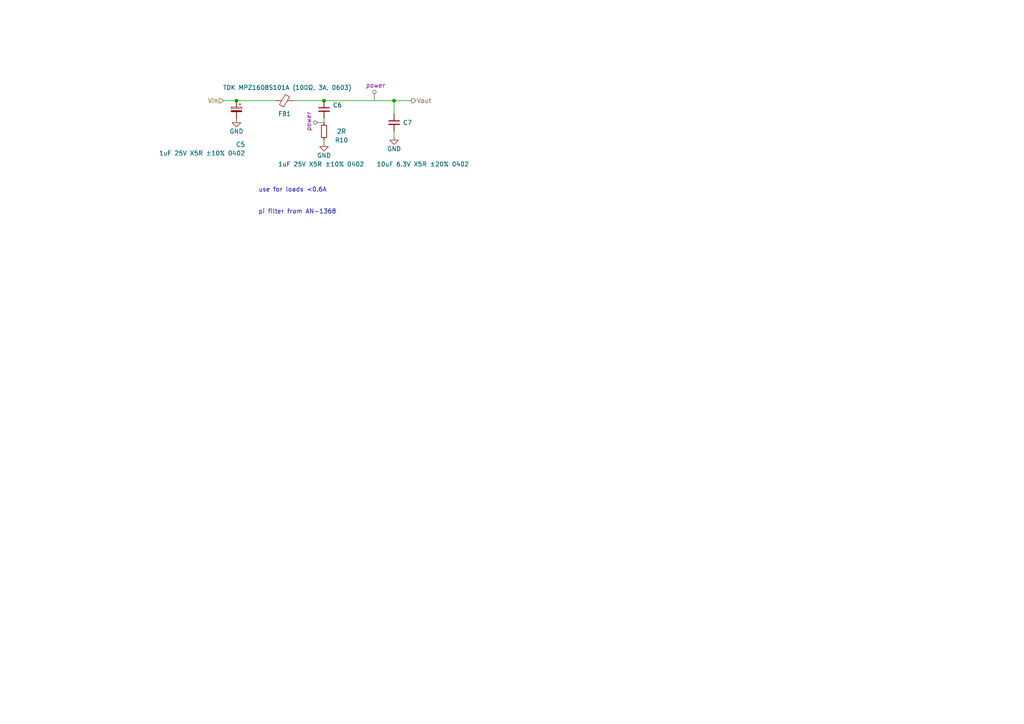
<source format=kicad_sch>
(kicad_sch (version 20230121) (generator eeschema)
  (paper "A4")
  (lib_symbols
    (symbol "Device:C_Polarized_Small" (pin_numbers hide) (pin_names (offset 0.254) hide)
      (property "Reference" "C" (at 0.254 1.778 0))
      (property "Value" "C_Polarized_Small" (at 0.254 -2.032 0))
      (symbol "C_Polarized_Small_0_1"
        (rectangle (start -1.524 -0.3048) (end 1.524 -0.6858) (fill (type outline)))
        (rectangle (start -1.524 0.6858) (end 1.524 0.3048))
        (polyline (pts (xy -1.27 1.524) (xy -0.762 1.524)))
        (polyline (pts (xy -1.016 1.27) (xy -1.016 1.778)))
      )
      (symbol "C_Polarized_Small_1_1"
        (pin passive line (at 0 2.54 270) (length 1.8542) (name "~") (number "1"))
        (pin passive line (at 0 -2.54 90) (length 1.8542) (name "~") (number "2"))
      )
    )
    (symbol "Device:C_Small" (pin_numbers hide) (pin_names (offset 0.254) hide)
      (property "Reference" "C" (at 0.254 1.778 0))
      (property "Value" "C_Small" (at 0.254 -2.032 0))
      (symbol "C_Small_0_1"
        (polyline (pts (xy -1.524 -0.508) (xy 1.524 -0.508)) (stroke (width 0.3302)))
        (polyline (pts (xy -1.524 0.508) (xy 1.524 0.508)) (stroke (width 0.3048)))
      )
      (symbol "C_Small_1_1"
        (pin passive line (at 0 2.54 270) (length 2.032) (name "~") (number "1"))
        (pin passive line (at 0 -2.54 90) (length 2.032) (name "~") (number "2"))
      )
    )
    (symbol "Device:FerriteBead_Small" (pin_numbers hide) (pin_names (offset 0))
      (property "Reference" "FB" (at 1.905 1.27 0))
      (property "Value" "FerriteBead_Small" (at 1.905 -1.27 0))
      (symbol "FerriteBead_Small_0_1"
        (polyline (pts (xy 0 -1.27) (xy 0 -0.7874)))
        (polyline (pts (xy 0 0.889) (xy 0 1.2954)))
        (polyline (pts (xy -1.8288 0.2794) (xy -1.1176 1.4986) (xy 1.8288 -0.2032) (xy 1.1176 -1.4224) (xy -1.8288 0.2794)))
      )
      (symbol "FerriteBead_Small_1_1"
        (pin passive line (at 0 2.54 270) (length 1.27) (name "~") (number "1"))
        (pin passive line (at 0 -2.54 90) (length 1.27) (name "~") (number "2"))
      )
    )
    (symbol "Device:R_Small" (pin_numbers hide) (pin_names (offset 0.254) hide)
      (property "Reference" "R" (at 0.762 0.508 0))
      (property "Value" "R_Small" (at 0.762 -1.016 0))
      (symbol "R_Small_0_1"
        (rectangle (start -0.762 1.778) (end 0.762 -1.778) (stroke (width 0.2032)))
      )
      (symbol "R_Small_1_1"
        (pin passive line (at 0 2.54 270) (length 0.762) (name "~") (number "1"))
        (pin passive line (at 0 -2.54 90) (length 0.762) (name "~") (number "2"))
      )
    )
    (symbol "power:GND" (power) (pin_names (offset 0))
      (property "Value" "GND" (at 0 -3.81 0))
      (symbol "GND_0_1"
        (polyline (pts (xy 0 0) (xy 0 -1.27) (xy 1.27 -1.27) (xy 0 -2.54) (xy -1.27 -1.27) (xy 0 -1.27)))
      )
      (symbol "GND_1_1"
        (pin power_in line (at 0 0 270) (length 0) hide (name "GND") (number "1"))
      )
    )
  )
  (junction (at 114.3 29.21))
  (junction (at 68.58 29.21))
  (junction (at 93.98 29.21))
  (wire (pts (xy 85.09 29.21) (xy 93.98 29.21)))
  (wire (pts (xy 64.77 29.21) (xy 68.58 29.21)))
  (wire (pts (xy 93.98 29.21) (xy 114.3 29.21)))
  (wire (pts (xy 114.3 33.02) (xy 114.3 29.21)))
  (wire (pts (xy 93.98 35.56) (xy 93.98 34.29)))
  (wire (pts (xy 114.3 38.1) (xy 114.3 39.37)))
  (wire (pts (xy 68.58 29.21) (xy 80.01 29.21)))
  (wire (pts (xy 93.98 41.275) (xy 93.98 40.64)))
  (wire (pts (xy 114.3 29.21) (xy 119.38 29.21)))
  (text "pi filter from AN-1368" (at 74.93 62.23 0) (effects (font (size 1.27 1.27)) (justify left bottom)))
  (text "use for loads <0.6A" (at 74.93 55.88 0) (effects (font (size 1.27 1.27)) (justify left bottom)))
  (hierarchical_label "Vout" (shape output) (at 119.38 29.21 0))
  (hierarchical_label "Vin" (shape input) (at 64.77 29.21 180))
  (netclass_flag "" (length 2.54) (shape round) (at 93.98 35.56 90) (property "Netclass" "power" (at 89.535 38.1 90) (effects (font italic) (justify left))))
  (netclass_flag "" (length 2.54) (shape round) (at 108.585 29.21 0) (property "Netclass" "power" (at 106.045 24.765 0) (effects (font italic) (justify left))))
  (symbol (lib_id "power:GND") (at 93.98 41.275 0) (unit 1)
    (property "Reference" "#PWR022" (effects hide))
    (property "Value" "GND" (at 93.98 45.085 0))
    (instances (project "centaurIMU" (path "" (reference "#PWR022") (unit 1)) (path "" (reference "#PWR025") (unit 1)) (path "" (reference "#PWR036") (unit 1))) (project "centaurPCB" (path "" (reference "#PWR0119") (unit 1)) (path "" (reference "#PWR0192") (unit 1)) (path "" (reference "#PWR0119") (unit 1)) (path "" (reference "#PWR0117") (unit 1)) (path "" (reference "#PWR066") (unit 1)) (path "" (reference "#PWR0106") (unit 1)) (path "" (reference "#PWR0110") (unit 1)) (path "" (reference "#PWR050") (unit 1)) (path "" (reference "#PWR0191") (unit 1)) (path "" (reference "#PWR0207") (unit 1)) (path "" (reference "#PWR0195") (unit 1)) (path "" (reference "#PWR0208") (unit 1)) (path "" (reference "#PWR0203") (unit 1)) (path "" (reference "#PWR0208") (unit 1)) (path "" (reference "#PWR0203") (unit 1)) (path "" (reference "#PWR054") (unit 1)) (path "" (reference "#PWR0176") (unit 1))))
  )
  (symbol (lib_id "Device:R_Small") (at 93.98 38.1 0) (mirror y) (unit 1)
    (property "Reference" "R10" (at 99.06 40.64 0))
    (property "Value" "2R" (at 99.06 38.1 0))
    (property "Footprint" "Resistor_SMD:R_0402_1005Metric" (effects hide))
    (instances (project "centaurIMU" (path "" (reference "R10") (unit 1)) (path "" (reference "R13") (unit 1)) (path "" (reference "R12") (unit 1))) (project "centaurPCB" (path "" (reference "R18") (unit 1)) (path "" (reference "R49") (unit 1)) (path "" (reference "R18") (unit 1)) (path "" (reference "R98") (unit 1)) (path "" (reference "R97") (unit 1)) (path "" (reference "R48") (unit 1)) (path "" (reference "R49") (unit 1)) (path "" (reference "R17") (unit 1)) (path "" (reference "R49") (unit 1)) (path "" (reference "R94") (unit 1)) (path "" (reference "R93") (unit 1)) (path "" (reference "R96") (unit 1)) (path "" (reference "R95") (unit 1)) (path "" (reference "R96") (unit 1)) (path "" (reference "R95") (unit 1)) (path "" (reference "R18") (unit 1)) (path "" (reference "R46") (unit 1))))
  )
  (symbol (lib_id "Device:FerriteBead_Small") (at 82.55 29.21 90) (unit 1)
    (property "Reference" "FB1" (at 82.55 33.02 90))
    (property "Value" "TDK MPZ1608S101A (100Ω, 3A, 0603) " (at 83.82 25.4 90))
    (property "Footprint" "Resistor_SMD:R_0603_1608Metric" (effects hide))
    (instances (project "centaurIMU" (path "" (reference "FB1") (unit 1)) (path "" (reference "FB3") (unit 1)) (path "" (reference "FB2") (unit 1))) (project "centaurPCB" (path "" (reference "FB5") (unit 1)) (path "" (reference "FB7") (unit 1)) (path "" (reference "FB5") (unit 1)) (path "" (reference "FB9") (unit 1)) (path "" (reference "FB8") (unit 1)) (path "" (reference "FB6") (unit 1)) (path "" (reference "FB7") (unit 1)) (path "" (reference "FB4") (unit 1)) (path "" (reference "FB7") (unit 1)) (path "" (reference "FB5") (unit 1)) (path "" (reference "FB4") (unit 1)) (path "" (reference "FB7") (unit 1)) (path "" (reference "FB6") (unit 1)) (path "" (reference "FB7") (unit 1)) (path "" (reference "FB6") (unit 1)) (path "" (reference "FB5") (unit 1)) (path "" (reference "FB1") (unit 1))))
  )
  (symbol (lib_id "Device:C_Small") (at 114.3 35.56 0) (unit 1)
    (property "Reference" "C7" (at 116.84 35.56 0) (effects (justify left)))
    (property "Value" "10uF 6.3V X5R ±20% 0402 " (at 109.22 47.625 0) (effects (justify left)))
    (property "Footprint" "Capacitor_SMD:C_0402_1005Metric" (effects hide))
    (instances (project "centaurIMU" (path "" (reference "C7") (unit 1)) (path "" (reference "C10") (unit 1)) (path "" (reference "C12") (unit 1))) (project "centaurPCB" (path "" (reference "C21") (unit 1)) (path "" (reference "C44") (unit 1)) (path "" (reference "C21") (unit 1)) (path "" (reference "C78") (unit 1)) (path "" (reference "C48") (unit 1)) (path "" (reference "C42") (unit 1)) (path "" (reference "C45") (unit 1)) (path "" (reference "C17") (unit 1)) (path "" (reference "C44") (unit 1)) (path "" (reference "C45") (unit 1)) (path "" (reference "C41") (unit 1)) (path "" (reference "C74") (unit 1)) (path "" (reference "C71") (unit 1)) (path "" (reference "C74") (unit 1)) (path "" (reference "C71") (unit 1)) (path "" (reference "C21") (unit 1)) (path "" (reference "C68") (unit 1))))
  )
  (symbol (lib_id "Device:C_Small") (at 93.98 31.75 0) (unit 1)
    (property "Reference" "C6" (at 96.52 30.4863 0) (effects (justify left)))
    (property "Value" "1uF 25V X5R ±10% 0402" (at 80.645 47.625 0) (effects (justify left)))
    (property "Footprint" "Capacitor_SMD:C_0402_1005Metric" (effects hide))
    (instances (project "centaurIMU" (path "" (reference "C6") (unit 1)) (path "" (reference "C9") (unit 1)) (path "" (reference "C13") (unit 1))) (project "centaurPCB" (path "" (reference "C22") (unit 1)) (path "" (reference "C45") (unit 1)) (path "" (reference "C22") (unit 1)) (path "" (reference "C79") (unit 1)) (path "" (reference "C76") (unit 1)) (path "" (reference "C43") (unit 1)) (path "" (reference "C46") (unit 1)) (path "" (reference "C18") (unit 1)) (path "" (reference "C45") (unit 1)) (path "" (reference "C46") (unit 1)) (path "" (reference "C42") (unit 1)) (path "" (reference "C75") (unit 1)) (path "" (reference "C72") (unit 1)) (path "" (reference "C75") (unit 1)) (path "" (reference "C72") (unit 1)) (path "" (reference "C22") (unit 1)) (path "" (reference "C69") (unit 1))))
  )
  (symbol (lib_id "power:GND") (at 114.3 39.37 0) (unit 1)
    (property "Reference" "#PWR023" (effects hide))
    (property "Value" "GND" (at 114.3 43.18 0))
    (instances (project "centaurIMU" (path "" (reference "#PWR023") (unit 1)) (path "" (reference "#PWR026") (unit 1)) (path "" (reference "#PWR035") (unit 1))) (project "centaurPCB" (path "" (reference "#PWR0110") (unit 1)) (path "" (reference "#PWR0191") (unit 1)) (path "" (reference "#PWR0110") (unit 1)) (path "" (reference "#PWR0116") (unit 1)) (path "" (reference "#PWR064") (unit 1)) (path "" (reference "#PWR0103") (unit 1)) (path "" (reference "#PWR0109") (unit 1)) (path "" (reference "#PWR046") (unit 1)) (path "" (reference "#PWR0131") (unit 1)) (path "" (reference "#PWR0204") (unit 1)) (path "" (reference "#PWR0194") (unit 1)) (path "" (reference "#PWR0206") (unit 1)) (path "" (reference "#PWR0201") (unit 1)) (path "" (reference "#PWR0206") (unit 1)) (path "" (reference "#PWR0201") (unit 1)) (path "" (reference "#PWR053") (unit 1)) (path "" (reference "#PWR0175") (unit 1))))
  )
  (symbol (lib_id "Device:C_Polarized_Small") (at 68.58 31.75 0) (mirror y) (unit 1)
    (property "Reference" "C5" (at 71.12 41.91 0) (effects (justify left)))
    (property "Value" "1uF 25V X5R ±10% 0402" (at 71.12 44.45 0) (effects (justify left)))
    (property "Footprint" "Capacitor_SMD:C_0402_1005Metric" (effects hide))
    (instances (project "centaurIMU" (path "" (reference "C5") (unit 1)) (path "" (reference "C8") (unit 1)) (path "" (reference "C11") (unit 1))) (project "centaurPCB" (path "" (reference "C70") (unit 1)) (path "" (reference "C73") (unit 1)) (path "" (reference "C36") (unit 1)) (path "" (reference "C44") (unit 1)) (path "" (reference "C19") (unit 1)) (path "" (reference "C44") (unit 1)) (path "" (reference "C16") (unit 1)) (path "" (reference "C70") (unit 1)) (path "" (reference "C73") (unit 1)) (path "" (reference "C77") (unit 1)) (path "" (reference "C19") (unit 1)) (path "" (reference "C32") (unit 1)) (path "" (reference "C19") (unit 1)) (path "" (reference "C32") (unit 1)) (path "" (reference "C41") (unit 1)) (path "" (reference "C26") (unit 1))))
  )
  (symbol (lib_id "power:GND") (at 68.58 34.29 0) (unit 1)
    (property "Reference" "#PWR020" (effects hide))
    (property "Value" "GND" (at 68.58 38.1 0))
    (instances (project "centaurIMU" (path "" (reference "#PWR020") (unit 1)) (path "" (reference "#PWR024") (unit 1)) (path "" (reference "#PWR034") (unit 1))) (project "centaurPCB" (path "" (reference "#PWR0109") (unit 1)) (path "" (reference "#PWR0131") (unit 1)) (path "" (reference "#PWR0109") (unit 1)) (path "" (reference "#PWR082") (unit 1)) (path "" (reference "#PWR063") (unit 1)) (path "" (reference "#PWR0102") (unit 1)) (path "" (reference "#PWR0108") (unit 1)) (path "" (reference "#PWR039") (unit 1)) (path "" (reference "#PWR0123") (unit 1)) (path "" (reference "#PWR0202") (unit 1)) (path "" (reference "#PWR0192") (unit 1)) (path "" (reference "#PWR0205") (unit 1)) (path "" (reference "#PWR0200") (unit 1)) (path "" (reference "#PWR0205") (unit 1)) (path "" (reference "#PWR0200") (unit 1)) (path "" (reference "#PWR052") (unit 1)) (path "" (reference "#PWR016") (unit 1))))
  )
)
</source>
